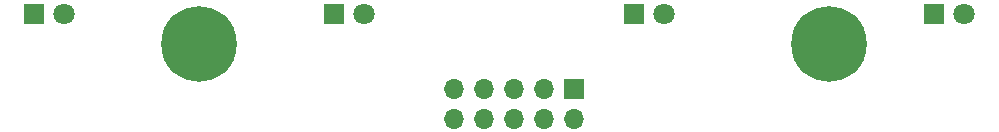
<source format=gbr>
%TF.GenerationSoftware,KiCad,Pcbnew,7.0.6*%
%TF.CreationDate,2023-11-23T12:57:34+01:00*%
%TF.ProjectId,ledpanel,6c656470-616e-4656-9c2e-6b696361645f,1*%
%TF.SameCoordinates,Original*%
%TF.FileFunction,Soldermask,Bot*%
%TF.FilePolarity,Negative*%
%FSLAX46Y46*%
G04 Gerber Fmt 4.6, Leading zero omitted, Abs format (unit mm)*
G04 Created by KiCad (PCBNEW 7.0.6) date 2023-11-23 12:57:34*
%MOMM*%
%LPD*%
G01*
G04 APERTURE LIST*
%ADD10C,0.800000*%
%ADD11C,6.400000*%
%ADD12R,1.800000X1.800000*%
%ADD13C,1.800000*%
%ADD14R,1.700000X1.700000*%
%ADD15O,1.700000X1.700000*%
G04 APERTURE END LIST*
D10*
%TO.C,REF\u002A\u002A*%
X116980000Y-101600000D03*
X117682944Y-99902944D03*
X117682944Y-103297056D03*
X119380000Y-99200000D03*
D11*
X119380000Y-101600000D03*
D10*
X119380000Y-104000000D03*
X121077056Y-99902944D03*
X121077056Y-103297056D03*
X121780000Y-101600000D03*
%TD*%
D12*
%TO.C,D1*%
X105405000Y-99060000D03*
D13*
X107945000Y-99060000D03*
%TD*%
D14*
%TO.C,J20*%
X151100000Y-105390000D03*
D15*
X151100000Y-107930000D03*
X148560000Y-105390000D03*
X148560000Y-107930000D03*
X146020000Y-105390000D03*
X146020000Y-107930000D03*
X143480000Y-105390000D03*
X143480000Y-107930000D03*
X140940000Y-105390000D03*
X140940000Y-107930000D03*
%TD*%
D12*
%TO.C,D3*%
X156205000Y-99060000D03*
D13*
X158745000Y-99060000D03*
%TD*%
D12*
%TO.C,D4*%
X181605000Y-99060000D03*
D13*
X184145000Y-99060000D03*
%TD*%
D10*
%TO.C,REF\u002A\u002A*%
X170320000Y-101600000D03*
X171022944Y-99902944D03*
X171022944Y-103297056D03*
X172720000Y-99200000D03*
D11*
X172720000Y-101600000D03*
D10*
X172720000Y-104000000D03*
X174417056Y-99902944D03*
X174417056Y-103297056D03*
X175120000Y-101600000D03*
%TD*%
D12*
%TO.C,D2*%
X130805000Y-99060000D03*
D13*
X133345000Y-99060000D03*
%TD*%
M02*

</source>
